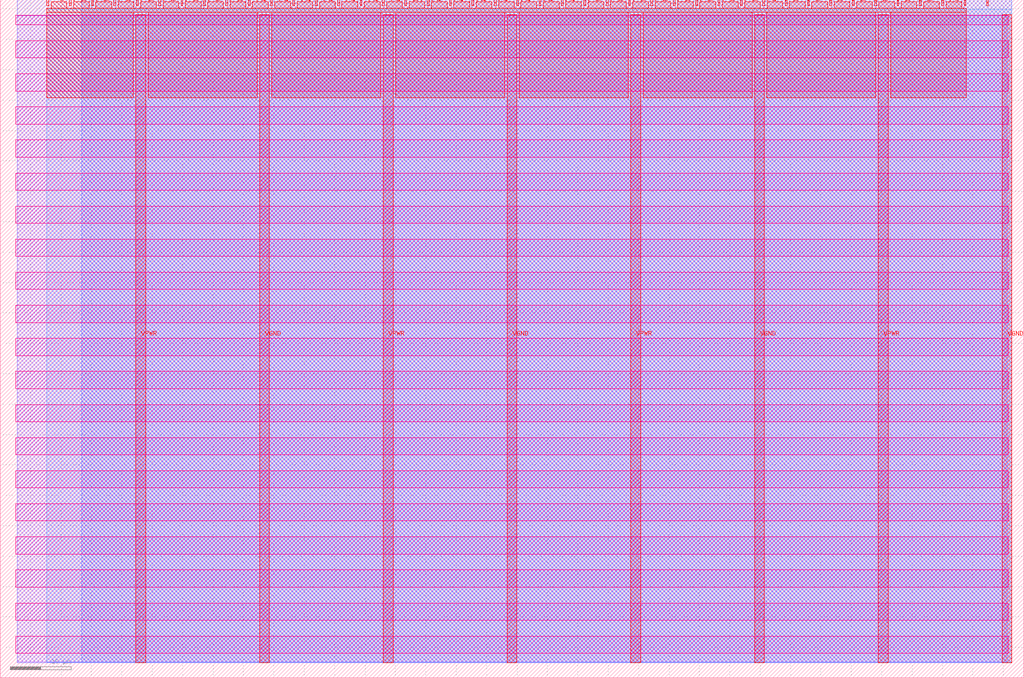
<source format=lef>
VERSION 5.7 ;
  NOWIREEXTENSIONATPIN ON ;
  DIVIDERCHAR "/" ;
  BUSBITCHARS "[]" ;
MACRO tt_um_kpwebb_adder
  CLASS BLOCK ;
  FOREIGN tt_um_kpwebb_adder ;
  ORIGIN 0.000 0.000 ;
  SIZE 168.360 BY 111.520 ;
  PIN VGND
    DIRECTION INOUT ;
    USE GROUND ;
    PORT
      LAYER met4 ;
        RECT 42.670 2.480 44.270 109.040 ;
    END
    PORT
      LAYER met4 ;
        RECT 83.380 2.480 84.980 109.040 ;
    END
    PORT
      LAYER met4 ;
        RECT 124.090 2.480 125.690 109.040 ;
    END
    PORT
      LAYER met4 ;
        RECT 164.800 2.480 166.400 109.040 ;
    END
  END VGND
  PIN VPWR
    DIRECTION INOUT ;
    USE POWER ;
    PORT
      LAYER met4 ;
        RECT 22.315 2.480 23.915 109.040 ;
    END
    PORT
      LAYER met4 ;
        RECT 63.025 2.480 64.625 109.040 ;
    END
    PORT
      LAYER met4 ;
        RECT 103.735 2.480 105.335 109.040 ;
    END
    PORT
      LAYER met4 ;
        RECT 144.445 2.480 146.045 109.040 ;
    END
  END VPWR
  PIN clk
    DIRECTION INPUT ;
    USE SIGNAL ;
    ANTENNAGATEAREA 0.852000 ;
    PORT
      LAYER met4 ;
        RECT 158.550 110.520 158.850 111.520 ;
    END
  END clk
  PIN ena
    DIRECTION INPUT ;
    USE SIGNAL ;
    PORT
      LAYER met4 ;
        RECT 162.230 110.520 162.530 111.520 ;
    END
  END ena
  PIN rst_n
    DIRECTION INPUT ;
    USE SIGNAL ;
    PORT
      LAYER met4 ;
        RECT 154.870 110.520 155.170 111.520 ;
    END
  END rst_n
  PIN ui_in[0]
    DIRECTION INPUT ;
    USE SIGNAL ;
    ANTENNAGATEAREA 0.126000 ;
    PORT
      LAYER met4 ;
        RECT 151.190 110.520 151.490 111.520 ;
    END
  END ui_in[0]
  PIN ui_in[1]
    DIRECTION INPUT ;
    USE SIGNAL ;
    ANTENNAGATEAREA 0.196500 ;
    PORT
      LAYER met4 ;
        RECT 147.510 110.520 147.810 111.520 ;
    END
  END ui_in[1]
  PIN ui_in[2]
    DIRECTION INPUT ;
    USE SIGNAL ;
    ANTENNAGATEAREA 0.196500 ;
    PORT
      LAYER met4 ;
        RECT 143.830 110.520 144.130 111.520 ;
    END
  END ui_in[2]
  PIN ui_in[3]
    DIRECTION INPUT ;
    USE SIGNAL ;
    ANTENNAGATEAREA 0.196500 ;
    PORT
      LAYER met4 ;
        RECT 140.150 110.520 140.450 111.520 ;
    END
  END ui_in[3]
  PIN ui_in[4]
    DIRECTION INPUT ;
    USE SIGNAL ;
    ANTENNAGATEAREA 0.196500 ;
    PORT
      LAYER met4 ;
        RECT 136.470 110.520 136.770 111.520 ;
    END
  END ui_in[4]
  PIN ui_in[5]
    DIRECTION INPUT ;
    USE SIGNAL ;
    ANTENNAGATEAREA 0.196500 ;
    PORT
      LAYER met4 ;
        RECT 132.790 110.520 133.090 111.520 ;
    END
  END ui_in[5]
  PIN ui_in[6]
    DIRECTION INPUT ;
    USE SIGNAL ;
    ANTENNAGATEAREA 0.196500 ;
    PORT
      LAYER met4 ;
        RECT 129.110 110.520 129.410 111.520 ;
    END
  END ui_in[6]
  PIN ui_in[7]
    DIRECTION INPUT ;
    USE SIGNAL ;
    ANTENNAGATEAREA 0.196500 ;
    PORT
      LAYER met4 ;
        RECT 125.430 110.520 125.730 111.520 ;
    END
  END ui_in[7]
  PIN uio_in[0]
    DIRECTION INPUT ;
    USE SIGNAL ;
    ANTENNAGATEAREA 0.196500 ;
    PORT
      LAYER met4 ;
        RECT 121.750 110.520 122.050 111.520 ;
    END
  END uio_in[0]
  PIN uio_in[1]
    DIRECTION INPUT ;
    USE SIGNAL ;
    ANTENNAGATEAREA 0.196500 ;
    PORT
      LAYER met4 ;
        RECT 118.070 110.520 118.370 111.520 ;
    END
  END uio_in[1]
  PIN uio_in[2]
    DIRECTION INPUT ;
    USE SIGNAL ;
    ANTENNAGATEAREA 0.196500 ;
    PORT
      LAYER met4 ;
        RECT 114.390 110.520 114.690 111.520 ;
    END
  END uio_in[2]
  PIN uio_in[3]
    DIRECTION INPUT ;
    USE SIGNAL ;
    ANTENNAGATEAREA 0.196500 ;
    PORT
      LAYER met4 ;
        RECT 110.710 110.520 111.010 111.520 ;
    END
  END uio_in[3]
  PIN uio_in[4]
    DIRECTION INPUT ;
    USE SIGNAL ;
    ANTENNAGATEAREA 0.196500 ;
    PORT
      LAYER met4 ;
        RECT 107.030 110.520 107.330 111.520 ;
    END
  END uio_in[4]
  PIN uio_in[5]
    DIRECTION INPUT ;
    USE SIGNAL ;
    ANTENNAGATEAREA 0.196500 ;
    PORT
      LAYER met4 ;
        RECT 103.350 110.520 103.650 111.520 ;
    END
  END uio_in[5]
  PIN uio_in[6]
    DIRECTION INPUT ;
    USE SIGNAL ;
    ANTENNAGATEAREA 0.196500 ;
    PORT
      LAYER met4 ;
        RECT 99.670 110.520 99.970 111.520 ;
    END
  END uio_in[6]
  PIN uio_in[7]
    DIRECTION INPUT ;
    USE SIGNAL ;
    ANTENNAGATEAREA 0.196500 ;
    PORT
      LAYER met4 ;
        RECT 95.990 110.520 96.290 111.520 ;
    END
  END uio_in[7]
  PIN uio_oe[0]
    DIRECTION OUTPUT TRISTATE ;
    USE SIGNAL ;
    ANTENNAGATEAREA 0.318000 ;
    ANTENNADIFFAREA 0.891000 ;
    PORT
      LAYER met4 ;
        RECT 33.430 110.520 33.730 111.520 ;
    END
  END uio_oe[0]
  PIN uio_oe[1]
    DIRECTION OUTPUT TRISTATE ;
    USE SIGNAL ;
    ANTENNAGATEAREA 0.372000 ;
    ANTENNADIFFAREA 0.891000 ;
    PORT
      LAYER met4 ;
        RECT 29.750 110.520 30.050 111.520 ;
    END
  END uio_oe[1]
  PIN uio_oe[2]
    DIRECTION OUTPUT TRISTATE ;
    USE SIGNAL ;
    ANTENNAGATEAREA 0.318000 ;
    ANTENNADIFFAREA 0.891000 ;
    PORT
      LAYER met4 ;
        RECT 26.070 110.520 26.370 111.520 ;
    END
  END uio_oe[2]
  PIN uio_oe[3]
    DIRECTION OUTPUT TRISTATE ;
    USE SIGNAL ;
    ANTENNAGATEAREA 0.318000 ;
    ANTENNADIFFAREA 0.891000 ;
    PORT
      LAYER met4 ;
        RECT 22.390 110.520 22.690 111.520 ;
    END
  END uio_oe[3]
  PIN uio_oe[4]
    DIRECTION OUTPUT TRISTATE ;
    USE SIGNAL ;
    ANTENNAGATEAREA 0.318000 ;
    ANTENNADIFFAREA 0.891000 ;
    PORT
      LAYER met4 ;
        RECT 18.710 110.520 19.010 111.520 ;
    END
  END uio_oe[4]
  PIN uio_oe[5]
    DIRECTION OUTPUT TRISTATE ;
    USE SIGNAL ;
    ANTENNAGATEAREA 0.318000 ;
    ANTENNADIFFAREA 0.891000 ;
    PORT
      LAYER met4 ;
        RECT 15.030 110.520 15.330 111.520 ;
    END
  END uio_oe[5]
  PIN uio_oe[6]
    DIRECTION OUTPUT TRISTATE ;
    USE SIGNAL ;
    ANTENNAGATEAREA 0.318000 ;
    ANTENNADIFFAREA 0.891000 ;
    PORT
      LAYER met4 ;
        RECT 11.350 110.520 11.650 111.520 ;
    END
  END uio_oe[6]
  PIN uio_oe[7]
    DIRECTION OUTPUT TRISTATE ;
    USE SIGNAL ;
    ANTENNAGATEAREA 0.318000 ;
    ANTENNADIFFAREA 0.891000 ;
    PORT
      LAYER met4 ;
        RECT 7.670 110.520 7.970 111.520 ;
    END
  END uio_oe[7]
  PIN uio_out[0]
    DIRECTION OUTPUT TRISTATE ;
    USE SIGNAL ;
    ANTENNADIFFAREA 0.445500 ;
    PORT
      LAYER met4 ;
        RECT 62.870 110.520 63.170 111.520 ;
    END
  END uio_out[0]
  PIN uio_out[1]
    DIRECTION OUTPUT TRISTATE ;
    USE SIGNAL ;
    ANTENNADIFFAREA 0.445500 ;
    PORT
      LAYER met4 ;
        RECT 59.190 110.520 59.490 111.520 ;
    END
  END uio_out[1]
  PIN uio_out[2]
    DIRECTION OUTPUT TRISTATE ;
    USE SIGNAL ;
    ANTENNADIFFAREA 0.445500 ;
    PORT
      LAYER met4 ;
        RECT 55.510 110.520 55.810 111.520 ;
    END
  END uio_out[2]
  PIN uio_out[3]
    DIRECTION OUTPUT TRISTATE ;
    USE SIGNAL ;
    ANTENNADIFFAREA 0.445500 ;
    PORT
      LAYER met4 ;
        RECT 51.830 110.520 52.130 111.520 ;
    END
  END uio_out[3]
  PIN uio_out[4]
    DIRECTION OUTPUT TRISTATE ;
    USE SIGNAL ;
    ANTENNADIFFAREA 0.445500 ;
    PORT
      LAYER met4 ;
        RECT 48.150 110.520 48.450 111.520 ;
    END
  END uio_out[4]
  PIN uio_out[5]
    DIRECTION OUTPUT TRISTATE ;
    USE SIGNAL ;
    ANTENNADIFFAREA 0.445500 ;
    PORT
      LAYER met4 ;
        RECT 44.470 110.520 44.770 111.520 ;
    END
  END uio_out[5]
  PIN uio_out[6]
    DIRECTION OUTPUT TRISTATE ;
    USE SIGNAL ;
    ANTENNADIFFAREA 0.445500 ;
    PORT
      LAYER met4 ;
        RECT 40.790 110.520 41.090 111.520 ;
    END
  END uio_out[6]
  PIN uio_out[7]
    DIRECTION OUTPUT TRISTATE ;
    USE SIGNAL ;
    ANTENNADIFFAREA 0.445500 ;
    PORT
      LAYER met4 ;
        RECT 37.110 110.520 37.410 111.520 ;
    END
  END uio_out[7]
  PIN uo_out[0]
    DIRECTION OUTPUT TRISTATE ;
    USE SIGNAL ;
    ANTENNADIFFAREA 0.445500 ;
    PORT
      LAYER met4 ;
        RECT 92.310 110.520 92.610 111.520 ;
    END
  END uo_out[0]
  PIN uo_out[1]
    DIRECTION OUTPUT TRISTATE ;
    USE SIGNAL ;
    ANTENNADIFFAREA 0.795200 ;
    PORT
      LAYER met4 ;
        RECT 88.630 110.520 88.930 111.520 ;
    END
  END uo_out[1]
  PIN uo_out[2]
    DIRECTION OUTPUT TRISTATE ;
    USE SIGNAL ;
    ANTENNADIFFAREA 0.445500 ;
    PORT
      LAYER met4 ;
        RECT 84.950 110.520 85.250 111.520 ;
    END
  END uo_out[2]
  PIN uo_out[3]
    DIRECTION OUTPUT TRISTATE ;
    USE SIGNAL ;
    ANTENNADIFFAREA 0.445500 ;
    PORT
      LAYER met4 ;
        RECT 81.270 110.520 81.570 111.520 ;
    END
  END uo_out[3]
  PIN uo_out[4]
    DIRECTION OUTPUT TRISTATE ;
    USE SIGNAL ;
    ANTENNADIFFAREA 0.445500 ;
    PORT
      LAYER met4 ;
        RECT 77.590 110.520 77.890 111.520 ;
    END
  END uo_out[4]
  PIN uo_out[5]
    DIRECTION OUTPUT TRISTATE ;
    USE SIGNAL ;
    ANTENNADIFFAREA 0.445500 ;
    PORT
      LAYER met4 ;
        RECT 73.910 110.520 74.210 111.520 ;
    END
  END uo_out[5]
  PIN uo_out[6]
    DIRECTION OUTPUT TRISTATE ;
    USE SIGNAL ;
    ANTENNADIFFAREA 0.445500 ;
    PORT
      LAYER met4 ;
        RECT 70.230 110.520 70.530 111.520 ;
    END
  END uo_out[6]
  PIN uo_out[7]
    DIRECTION OUTPUT TRISTATE ;
    USE SIGNAL ;
    ANTENNADIFFAREA 0.445500 ;
    PORT
      LAYER met4 ;
        RECT 66.550 110.520 66.850 111.520 ;
    END
  END uo_out[7]
  OBS
      LAYER nwell ;
        RECT 2.570 107.385 165.790 108.990 ;
        RECT 2.570 101.945 165.790 104.775 ;
        RECT 2.570 96.505 165.790 99.335 ;
        RECT 2.570 91.065 165.790 93.895 ;
        RECT 2.570 85.625 165.790 88.455 ;
        RECT 2.570 80.185 165.790 83.015 ;
        RECT 2.570 74.745 165.790 77.575 ;
        RECT 2.570 69.305 165.790 72.135 ;
        RECT 2.570 63.865 165.790 66.695 ;
        RECT 2.570 58.425 165.790 61.255 ;
        RECT 2.570 52.985 165.790 55.815 ;
        RECT 2.570 47.545 165.790 50.375 ;
        RECT 2.570 42.105 165.790 44.935 ;
        RECT 2.570 36.665 165.790 39.495 ;
        RECT 2.570 31.225 165.790 34.055 ;
        RECT 2.570 25.785 165.790 28.615 ;
        RECT 2.570 20.345 165.790 23.175 ;
        RECT 2.570 14.905 165.790 17.735 ;
        RECT 2.570 9.465 165.790 12.295 ;
        RECT 2.570 4.025 165.790 6.855 ;
      LAYER li1 ;
        RECT 2.760 2.635 165.600 108.885 ;
      LAYER met1 ;
        RECT 2.760 2.480 166.400 111.480 ;
      LAYER met2 ;
        RECT 13.430 2.535 166.370 111.510 ;
      LAYER met3 ;
        RECT 7.630 2.555 166.390 109.985 ;
      LAYER met4 ;
        RECT 8.370 110.120 10.950 111.170 ;
        RECT 12.050 110.120 14.630 111.170 ;
        RECT 15.730 110.120 18.310 111.170 ;
        RECT 19.410 110.120 21.990 111.170 ;
        RECT 23.090 110.120 25.670 111.170 ;
        RECT 26.770 110.120 29.350 111.170 ;
        RECT 30.450 110.120 33.030 111.170 ;
        RECT 34.130 110.120 36.710 111.170 ;
        RECT 37.810 110.120 40.390 111.170 ;
        RECT 41.490 110.120 44.070 111.170 ;
        RECT 45.170 110.120 47.750 111.170 ;
        RECT 48.850 110.120 51.430 111.170 ;
        RECT 52.530 110.120 55.110 111.170 ;
        RECT 56.210 110.120 58.790 111.170 ;
        RECT 59.890 110.120 62.470 111.170 ;
        RECT 63.570 110.120 66.150 111.170 ;
        RECT 67.250 110.120 69.830 111.170 ;
        RECT 70.930 110.120 73.510 111.170 ;
        RECT 74.610 110.120 77.190 111.170 ;
        RECT 78.290 110.120 80.870 111.170 ;
        RECT 81.970 110.120 84.550 111.170 ;
        RECT 85.650 110.120 88.230 111.170 ;
        RECT 89.330 110.120 91.910 111.170 ;
        RECT 93.010 110.120 95.590 111.170 ;
        RECT 96.690 110.120 99.270 111.170 ;
        RECT 100.370 110.120 102.950 111.170 ;
        RECT 104.050 110.120 106.630 111.170 ;
        RECT 107.730 110.120 110.310 111.170 ;
        RECT 111.410 110.120 113.990 111.170 ;
        RECT 115.090 110.120 117.670 111.170 ;
        RECT 118.770 110.120 121.350 111.170 ;
        RECT 122.450 110.120 125.030 111.170 ;
        RECT 126.130 110.120 128.710 111.170 ;
        RECT 129.810 110.120 132.390 111.170 ;
        RECT 133.490 110.120 136.070 111.170 ;
        RECT 137.170 110.120 139.750 111.170 ;
        RECT 140.850 110.120 143.430 111.170 ;
        RECT 144.530 110.120 147.110 111.170 ;
        RECT 148.210 110.120 150.790 111.170 ;
        RECT 151.890 110.120 154.470 111.170 ;
        RECT 155.570 110.120 158.150 111.170 ;
        RECT 7.655 109.440 158.865 110.120 ;
        RECT 7.655 95.375 21.915 109.440 ;
        RECT 24.315 95.375 42.270 109.440 ;
        RECT 44.670 95.375 62.625 109.440 ;
        RECT 65.025 95.375 82.980 109.440 ;
        RECT 85.380 95.375 103.335 109.440 ;
        RECT 105.735 95.375 123.690 109.440 ;
        RECT 126.090 95.375 144.045 109.440 ;
        RECT 146.445 95.375 158.865 109.440 ;
  END
END tt_um_kpwebb_adder
END LIBRARY


</source>
